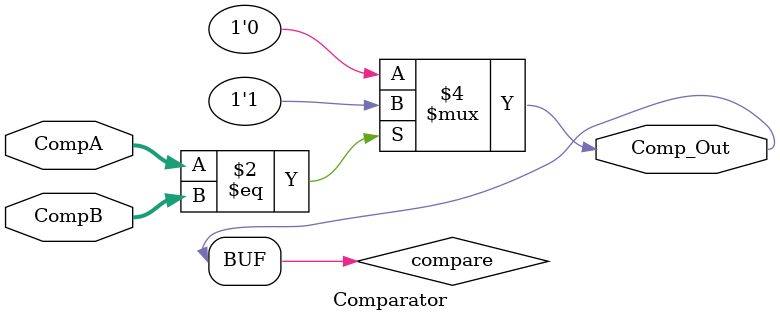
<source format=v>
`timescale 1ns / 1ps


module Comparator(
    input [5:0] CompA,  //from Adder
    input [5:0] CompB,  //from Stop
    output Comp_Out
    );
    reg compare;    //since I can't directly manipulate inputs and outputs
    
    always @(CompA, CompB)
        begin
        if (CompA == CompB)
            compare = 1'b1;
        else
            compare = 1'b0;
        end
    
    assign Comp_Out = compare;
    
endmodule

</source>
